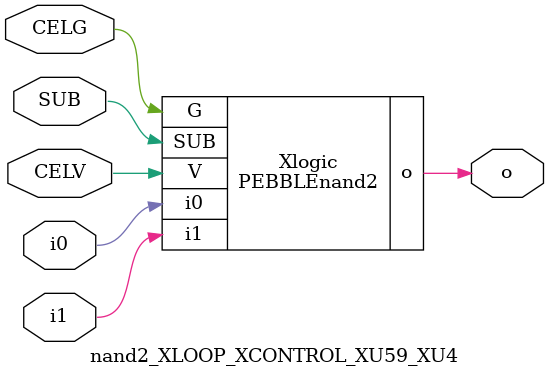
<source format=v>



module PEBBLEnand2 ( o, G, SUB, V, i0, i1 );

  input i0;
  input V;
  input i1;
  input G;
  output o;
  input SUB;
endmodule

//Celera Confidential Do Not Copy nand2_XLOOP_XCONTROL_XU59_XU4
//Celera Confidential Symbol Generator
//5V NAND2
module nand2_XLOOP_XCONTROL_XU59_XU4 (CELV,CELG,i0,i1,o,SUB);
input CELV;
input CELG;
input i0;
input i1;
input SUB;
output o;

//Celera Confidential Do Not Copy nand2
PEBBLEnand2 Xlogic(
.V (CELV),
.i0 (i0),
.i1 (i1),
.o (o),
.SUB (SUB),
.G (CELG)
);
//,diesize,PEBBLEnand2

//Celera Confidential Do Not Copy Module End
//Celera Schematic Generator
endmodule

</source>
